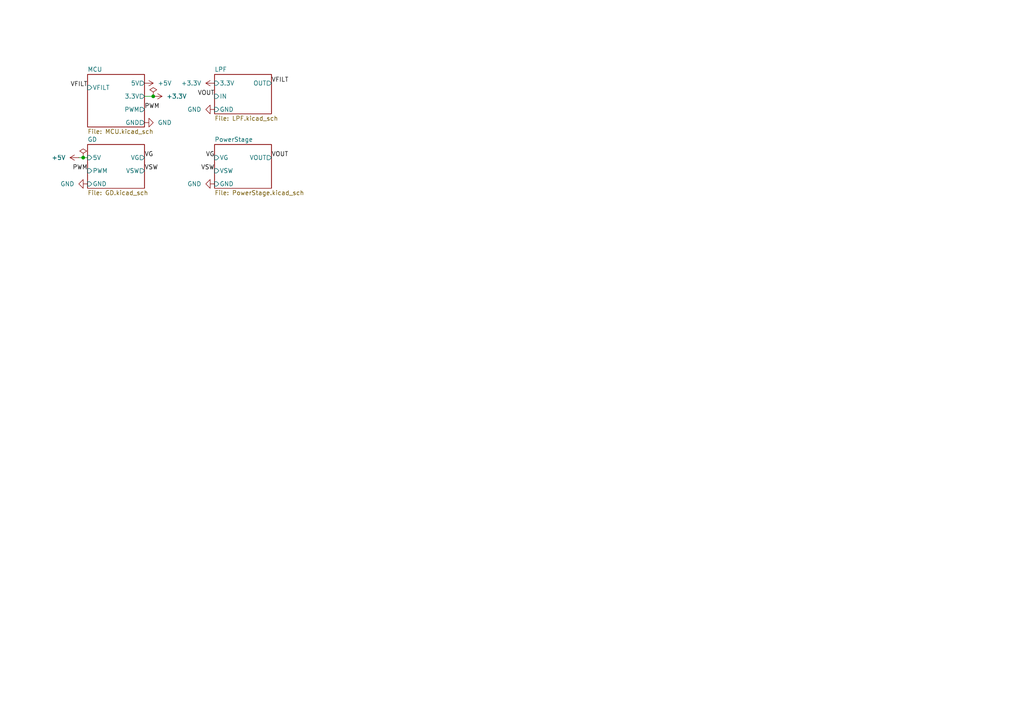
<source format=kicad_sch>
(kicad_sch
	(version 20231120)
	(generator "eeschema")
	(generator_version "8.0")
	(uuid "d7438cf5-4402-49b7-a315-23661e727289")
	(paper "A4")
	(title_block
		(title "Fullmetal Buck Converter")
		(date "2025-02-24")
		(rev "v0")
		(company "Manveer Aujla")
	)
	(lib_symbols
		(symbol "power:+3.3V"
			(power)
			(pin_numbers hide)
			(pin_names
				(offset 0) hide)
			(exclude_from_sim no)
			(in_bom yes)
			(on_board yes)
			(property "Reference" "#PWR"
				(at 0 -3.81 0)
				(effects
					(font
						(size 1.27 1.27)
					)
					(hide yes)
				)
			)
			(property "Value" "+3.3V"
				(at 0 3.556 0)
				(effects
					(font
						(size 1.27 1.27)
					)
				)
			)
			(property "Footprint" ""
				(at 0 0 0)
				(effects
					(font
						(size 1.27 1.27)
					)
					(hide yes)
				)
			)
			(property "Datasheet" ""
				(at 0 0 0)
				(effects
					(font
						(size 1.27 1.27)
					)
					(hide yes)
				)
			)
			(property "Description" "Power symbol creates a global label with name \"+3.3V\""
				(at 0 0 0)
				(effects
					(font
						(size 1.27 1.27)
					)
					(hide yes)
				)
			)
			(property "ki_keywords" "global power"
				(at 0 0 0)
				(effects
					(font
						(size 1.27 1.27)
					)
					(hide yes)
				)
			)
			(symbol "+3.3V_0_1"
				(polyline
					(pts
						(xy -0.762 1.27) (xy 0 2.54)
					)
					(stroke
						(width 0)
						(type default)
					)
					(fill
						(type none)
					)
				)
				(polyline
					(pts
						(xy 0 0) (xy 0 2.54)
					)
					(stroke
						(width 0)
						(type default)
					)
					(fill
						(type none)
					)
				)
				(polyline
					(pts
						(xy 0 2.54) (xy 0.762 1.27)
					)
					(stroke
						(width 0)
						(type default)
					)
					(fill
						(type none)
					)
				)
			)
			(symbol "+3.3V_1_1"
				(pin power_in line
					(at 0 0 90)
					(length 0)
					(name "~"
						(effects
							(font
								(size 1.27 1.27)
							)
						)
					)
					(number "1"
						(effects
							(font
								(size 1.27 1.27)
							)
						)
					)
				)
			)
		)
		(symbol "power:+5V"
			(power)
			(pin_numbers hide)
			(pin_names
				(offset 0) hide)
			(exclude_from_sim no)
			(in_bom yes)
			(on_board yes)
			(property "Reference" "#PWR"
				(at 0 -3.81 0)
				(effects
					(font
						(size 1.27 1.27)
					)
					(hide yes)
				)
			)
			(property "Value" "+5V"
				(at 0 3.556 0)
				(effects
					(font
						(size 1.27 1.27)
					)
				)
			)
			(property "Footprint" ""
				(at 0 0 0)
				(effects
					(font
						(size 1.27 1.27)
					)
					(hide yes)
				)
			)
			(property "Datasheet" ""
				(at 0 0 0)
				(effects
					(font
						(size 1.27 1.27)
					)
					(hide yes)
				)
			)
			(property "Description" "Power symbol creates a global label with name \"+5V\""
				(at 0 0 0)
				(effects
					(font
						(size 1.27 1.27)
					)
					(hide yes)
				)
			)
			(property "ki_keywords" "global power"
				(at 0 0 0)
				(effects
					(font
						(size 1.27 1.27)
					)
					(hide yes)
				)
			)
			(symbol "+5V_0_1"
				(polyline
					(pts
						(xy -0.762 1.27) (xy 0 2.54)
					)
					(stroke
						(width 0)
						(type default)
					)
					(fill
						(type none)
					)
				)
				(polyline
					(pts
						(xy 0 0) (xy 0 2.54)
					)
					(stroke
						(width 0)
						(type default)
					)
					(fill
						(type none)
					)
				)
				(polyline
					(pts
						(xy 0 2.54) (xy 0.762 1.27)
					)
					(stroke
						(width 0)
						(type default)
					)
					(fill
						(type none)
					)
				)
			)
			(symbol "+5V_1_1"
				(pin power_in line
					(at 0 0 90)
					(length 0)
					(name "~"
						(effects
							(font
								(size 1.27 1.27)
							)
						)
					)
					(number "1"
						(effects
							(font
								(size 1.27 1.27)
							)
						)
					)
				)
			)
		)
		(symbol "power:GND"
			(power)
			(pin_numbers hide)
			(pin_names
				(offset 0) hide)
			(exclude_from_sim no)
			(in_bom yes)
			(on_board yes)
			(property "Reference" "#PWR"
				(at 0 -6.35 0)
				(effects
					(font
						(size 1.27 1.27)
					)
					(hide yes)
				)
			)
			(property "Value" "GND"
				(at 0 -3.81 0)
				(effects
					(font
						(size 1.27 1.27)
					)
				)
			)
			(property "Footprint" ""
				(at 0 0 0)
				(effects
					(font
						(size 1.27 1.27)
					)
					(hide yes)
				)
			)
			(property "Datasheet" ""
				(at 0 0 0)
				(effects
					(font
						(size 1.27 1.27)
					)
					(hide yes)
				)
			)
			(property "Description" "Power symbol creates a global label with name \"GND\" , ground"
				(at 0 0 0)
				(effects
					(font
						(size 1.27 1.27)
					)
					(hide yes)
				)
			)
			(property "ki_keywords" "global power"
				(at 0 0 0)
				(effects
					(font
						(size 1.27 1.27)
					)
					(hide yes)
				)
			)
			(symbol "GND_0_1"
				(polyline
					(pts
						(xy 0 0) (xy 0 -1.27) (xy 1.27 -1.27) (xy 0 -2.54) (xy -1.27 -1.27) (xy 0 -1.27)
					)
					(stroke
						(width 0)
						(type default)
					)
					(fill
						(type none)
					)
				)
			)
			(symbol "GND_1_1"
				(pin power_in line
					(at 0 0 270)
					(length 0)
					(name "~"
						(effects
							(font
								(size 1.27 1.27)
							)
						)
					)
					(number "1"
						(effects
							(font
								(size 1.27 1.27)
							)
						)
					)
				)
			)
		)
		(symbol "power:PWR_FLAG"
			(power)
			(pin_numbers hide)
			(pin_names
				(offset 0) hide)
			(exclude_from_sim no)
			(in_bom yes)
			(on_board yes)
			(property "Reference" "#FLG"
				(at 0 1.905 0)
				(effects
					(font
						(size 1.27 1.27)
					)
					(hide yes)
				)
			)
			(property "Value" "PWR_FLAG"
				(at 0 3.81 0)
				(effects
					(font
						(size 1.27 1.27)
					)
				)
			)
			(property "Footprint" ""
				(at 0 0 0)
				(effects
					(font
						(size 1.27 1.27)
					)
					(hide yes)
				)
			)
			(property "Datasheet" "~"
				(at 0 0 0)
				(effects
					(font
						(size 1.27 1.27)
					)
					(hide yes)
				)
			)
			(property "Description" "Special symbol for telling ERC where power comes from"
				(at 0 0 0)
				(effects
					(font
						(size 1.27 1.27)
					)
					(hide yes)
				)
			)
			(property "ki_keywords" "flag power"
				(at 0 0 0)
				(effects
					(font
						(size 1.27 1.27)
					)
					(hide yes)
				)
			)
			(symbol "PWR_FLAG_0_0"
				(pin power_out line
					(at 0 0 90)
					(length 0)
					(name "~"
						(effects
							(font
								(size 1.27 1.27)
							)
						)
					)
					(number "1"
						(effects
							(font
								(size 1.27 1.27)
							)
						)
					)
				)
			)
			(symbol "PWR_FLAG_0_1"
				(polyline
					(pts
						(xy 0 0) (xy 0 1.27) (xy -1.016 1.905) (xy 0 2.54) (xy 1.016 1.905) (xy 0 1.27)
					)
					(stroke
						(width 0)
						(type default)
					)
					(fill
						(type none)
					)
				)
			)
		)
	)
	(junction
		(at 44.45 27.94)
		(diameter 0)
		(color 0 0 0 0)
		(uuid "592b2270-d8c4-4ec8-bcb2-c438d1f1af02")
	)
	(junction
		(at 24.13 45.72)
		(diameter 0)
		(color 0 0 0 0)
		(uuid "989917e9-1a7f-450c-9a26-e1a0e78738eb")
	)
	(wire
		(pts
			(xy 22.86 45.72) (xy 24.13 45.72)
		)
		(stroke
			(width 0)
			(type default)
		)
		(uuid "5453b169-9e2d-49d7-858b-4c1e537ecaef")
	)
	(wire
		(pts
			(xy 44.45 27.94) (xy 41.91 27.94)
		)
		(stroke
			(width 0)
			(type default)
		)
		(uuid "6fe35085-49f1-40ff-8213-1d3e98404b6b")
	)
	(wire
		(pts
			(xy 24.13 45.72) (xy 25.4 45.72)
		)
		(stroke
			(width 0)
			(type default)
		)
		(uuid "d639e0e1-a34d-4d78-b014-e835dba32092")
	)
	(label "VFILT"
		(at 78.74 24.13 0)
		(fields_autoplaced yes)
		(effects
			(font
				(size 1.27 1.27)
			)
			(justify left bottom)
		)
		(uuid "0ee22b76-4f7d-479a-a9a6-dfaa6ccd57da")
	)
	(label "VG"
		(at 41.91 45.72 0)
		(fields_autoplaced yes)
		(effects
			(font
				(size 1.27 1.27)
			)
			(justify left bottom)
		)
		(uuid "4aeb6cd6-cecf-4807-ab9b-3072ac649d96")
	)
	(label "PWM"
		(at 41.91 31.75 0)
		(fields_autoplaced yes)
		(effects
			(font
				(size 1.27 1.27)
			)
			(justify left bottom)
		)
		(uuid "61b2fc80-f42e-4c89-994e-b557e1cbe22f")
	)
	(label "VFILT"
		(at 25.4 25.4 180)
		(fields_autoplaced yes)
		(effects
			(font
				(size 1.27 1.27)
			)
			(justify right bottom)
		)
		(uuid "963c2381-bcbf-4223-8624-a1ff0c554abd")
	)
	(label "VSW"
		(at 62.23 49.53 180)
		(fields_autoplaced yes)
		(effects
			(font
				(size 1.27 1.27)
			)
			(justify right bottom)
		)
		(uuid "a2fdcc47-ed79-4e99-ace0-9c5f092a7bef")
	)
	(label "PWM"
		(at 25.4 49.53 180)
		(fields_autoplaced yes)
		(effects
			(font
				(size 1.27 1.27)
			)
			(justify right bottom)
		)
		(uuid "be85abf9-f66a-487c-8db4-57d8ae8b7c2f")
	)
	(label "VSW"
		(at 41.91 49.53 0)
		(fields_autoplaced yes)
		(effects
			(font
				(size 1.27 1.27)
			)
			(justify left bottom)
		)
		(uuid "c2a0393b-37ca-4e17-86bc-3a95035031f3")
	)
	(label "VOUT"
		(at 62.23 27.94 180)
		(fields_autoplaced yes)
		(effects
			(font
				(size 1.27 1.27)
			)
			(justify right bottom)
		)
		(uuid "c5aaa90d-61f5-4b6a-b845-79854e2fa445")
	)
	(label "VG"
		(at 62.23 45.72 180)
		(fields_autoplaced yes)
		(effects
			(font
				(size 1.27 1.27)
			)
			(justify right bottom)
		)
		(uuid "d4561802-63e6-4bc4-b820-9b3b5848d8cc")
	)
	(label "VOUT"
		(at 78.74 45.72 0)
		(fields_autoplaced yes)
		(effects
			(font
				(size 1.27 1.27)
			)
			(justify left bottom)
		)
		(uuid "f13e3c7d-0b15-49a7-828c-f595f2613033")
	)
	(symbol
		(lib_id "power:+3.3V")
		(at 62.23 24.13 90)
		(unit 1)
		(exclude_from_sim no)
		(in_bom yes)
		(on_board yes)
		(dnp no)
		(uuid "1dab6558-2910-41b3-b304-0e48d9cd37de")
		(property "Reference" "#PWR06"
			(at 66.04 24.13 0)
			(effects
				(font
					(size 1.27 1.27)
				)
				(hide yes)
			)
		)
		(property "Value" "+3.3V"
			(at 58.42 24.1299 90)
			(effects
				(font
					(size 1.27 1.27)
				)
				(justify left)
			)
		)
		(property "Footprint" ""
			(at 62.23 24.13 0)
			(effects
				(font
					(size 1.27 1.27)
				)
				(hide yes)
			)
		)
		(property "Datasheet" ""
			(at 62.23 24.13 0)
			(effects
				(font
					(size 1.27 1.27)
				)
				(hide yes)
			)
		)
		(property "Description" "Power symbol creates a global label with name \"+3.3V\""
			(at 62.23 24.13 0)
			(effects
				(font
					(size 1.27 1.27)
				)
				(hide yes)
			)
		)
		(pin "1"
			(uuid "ed910cb7-6afa-4e58-a3d6-32e4dc785d58")
		)
		(instances
			(project ""
				(path "/d7438cf5-4402-49b7-a315-23661e727289"
					(reference "#PWR06")
					(unit 1)
				)
			)
		)
	)
	(symbol
		(lib_id "power:GND")
		(at 62.23 53.34 270)
		(unit 1)
		(exclude_from_sim no)
		(in_bom yes)
		(on_board yes)
		(dnp no)
		(fields_autoplaced yes)
		(uuid "237bf5cc-bb79-48eb-a08d-10f20a325266")
		(property "Reference" "#PWR08"
			(at 55.88 53.34 0)
			(effects
				(font
					(size 1.27 1.27)
				)
				(hide yes)
			)
		)
		(property "Value" "GND"
			(at 58.42 53.3399 90)
			(effects
				(font
					(size 1.27 1.27)
				)
				(justify right)
			)
		)
		(property "Footprint" ""
			(at 62.23 53.34 0)
			(effects
				(font
					(size 1.27 1.27)
				)
				(hide yes)
			)
		)
		(property "Datasheet" ""
			(at 62.23 53.34 0)
			(effects
				(font
					(size 1.27 1.27)
				)
				(hide yes)
			)
		)
		(property "Description" "Power symbol creates a global label with name \"GND\" , ground"
			(at 62.23 53.34 0)
			(effects
				(font
					(size 1.27 1.27)
				)
				(hide yes)
			)
		)
		(pin "1"
			(uuid "267a97fa-667c-4f35-9af9-54e1c07ffb09")
		)
		(instances
			(project "MyFirstBuck"
				(path "/d7438cf5-4402-49b7-a315-23661e727289"
					(reference "#PWR08")
					(unit 1)
				)
			)
		)
	)
	(symbol
		(lib_id "power:+5V")
		(at 22.86 45.72 90)
		(unit 1)
		(exclude_from_sim no)
		(in_bom yes)
		(on_board yes)
		(dnp no)
		(fields_autoplaced yes)
		(uuid "251e5ad8-c49d-450d-b37c-481ade257bd9")
		(property "Reference" "#PWR01"
			(at 26.67 45.72 0)
			(effects
				(font
					(size 1.27 1.27)
				)
				(hide yes)
			)
		)
		(property "Value" "+5V"
			(at 19.05 45.7199 90)
			(effects
				(font
					(size 1.27 1.27)
				)
				(justify left)
			)
		)
		(property "Footprint" ""
			(at 22.86 45.72 0)
			(effects
				(font
					(size 1.27 1.27)
				)
				(hide yes)
			)
		)
		(property "Datasheet" ""
			(at 22.86 45.72 0)
			(effects
				(font
					(size 1.27 1.27)
				)
				(hide yes)
			)
		)
		(property "Description" "Power symbol creates a global label with name \"+5V\""
			(at 22.86 45.72 0)
			(effects
				(font
					(size 1.27 1.27)
				)
				(hide yes)
			)
		)
		(pin "1"
			(uuid "28daee4e-29a6-4e3c-a188-2b7404f5d8f1")
		)
		(instances
			(project "MyFirstBuck"
				(path "/d7438cf5-4402-49b7-a315-23661e727289"
					(reference "#PWR01")
					(unit 1)
				)
			)
		)
	)
	(symbol
		(lib_id "power:+5V")
		(at 41.91 24.13 270)
		(unit 1)
		(exclude_from_sim no)
		(in_bom yes)
		(on_board yes)
		(dnp no)
		(uuid "31bfb7c1-7981-40be-acf9-936769316cf0")
		(property "Reference" "#PWR03"
			(at 38.1 24.13 0)
			(effects
				(font
					(size 1.27 1.27)
				)
				(hide yes)
			)
		)
		(property "Value" "+5V"
			(at 45.72 24.1299 90)
			(effects
				(font
					(size 1.27 1.27)
				)
				(justify left)
			)
		)
		(property "Footprint" ""
			(at 41.91 24.13 0)
			(effects
				(font
					(size 1.27 1.27)
				)
				(hide yes)
			)
		)
		(property "Datasheet" ""
			(at 41.91 24.13 0)
			(effects
				(font
					(size 1.27 1.27)
				)
				(hide yes)
			)
		)
		(property "Description" "Power symbol creates a global label with name \"+5V\""
			(at 41.91 24.13 0)
			(effects
				(font
					(size 1.27 1.27)
				)
				(hide yes)
			)
		)
		(pin "1"
			(uuid "e2657ba9-bbd5-4eac-a8fd-3809652f5995")
		)
		(instances
			(project ""
				(path "/d7438cf5-4402-49b7-a315-23661e727289"
					(reference "#PWR03")
					(unit 1)
				)
			)
		)
	)
	(symbol
		(lib_id "power:GND")
		(at 25.4 53.34 270)
		(unit 1)
		(exclude_from_sim no)
		(in_bom yes)
		(on_board yes)
		(dnp no)
		(fields_autoplaced yes)
		(uuid "382e6c59-7685-4af9-91a9-0076dd81553d")
		(property "Reference" "#PWR02"
			(at 19.05 53.34 0)
			(effects
				(font
					(size 1.27 1.27)
				)
				(hide yes)
			)
		)
		(property "Value" "GND"
			(at 21.59 53.3399 90)
			(effects
				(font
					(size 1.27 1.27)
				)
				(justify right)
			)
		)
		(property "Footprint" ""
			(at 25.4 53.34 0)
			(effects
				(font
					(size 1.27 1.27)
				)
				(hide yes)
			)
		)
		(property "Datasheet" ""
			(at 25.4 53.34 0)
			(effects
				(font
					(size 1.27 1.27)
				)
				(hide yes)
			)
		)
		(property "Description" "Power symbol creates a global label with name \"GND\" , ground"
			(at 25.4 53.34 0)
			(effects
				(font
					(size 1.27 1.27)
				)
				(hide yes)
			)
		)
		(pin "1"
			(uuid "c07ab8e8-b503-4e51-a3e1-15b8043172a8")
		)
		(instances
			(project "MyFirstBuck"
				(path "/d7438cf5-4402-49b7-a315-23661e727289"
					(reference "#PWR02")
					(unit 1)
				)
			)
		)
	)
	(symbol
		(lib_id "power:PWR_FLAG")
		(at 24.13 45.72 0)
		(unit 1)
		(exclude_from_sim no)
		(in_bom yes)
		(on_board yes)
		(dnp no)
		(fields_autoplaced yes)
		(uuid "7dbc3746-abf7-4cb5-a43f-952cf559cac1")
		(property "Reference" "#FLG02"
			(at 24.13 43.815 0)
			(effects
				(font
					(size 1.27 1.27)
				)
				(hide yes)
			)
		)
		(property "Value" "PWR_FLAG"
			(at 24.13 40.64 0)
			(effects
				(font
					(size 1.27 1.27)
				)
				(hide yes)
			)
		)
		(property "Footprint" ""
			(at 24.13 45.72 0)
			(effects
				(font
					(size 1.27 1.27)
				)
				(hide yes)
			)
		)
		(property "Datasheet" "~"
			(at 24.13 45.72 0)
			(effects
				(font
					(size 1.27 1.27)
				)
				(hide yes)
			)
		)
		(property "Description" "Special symbol for telling ERC where power comes from"
			(at 24.13 45.72 0)
			(effects
				(font
					(size 1.27 1.27)
				)
				(hide yes)
			)
		)
		(pin "1"
			(uuid "6ca413a0-9dd7-4196-90e9-2616e4981a5b")
		)
		(instances
			(project ""
				(path "/d7438cf5-4402-49b7-a315-23661e727289"
					(reference "#FLG02")
					(unit 1)
				)
			)
		)
	)
	(symbol
		(lib_id "power:GND")
		(at 62.23 31.75 270)
		(unit 1)
		(exclude_from_sim no)
		(in_bom yes)
		(on_board yes)
		(dnp no)
		(fields_autoplaced yes)
		(uuid "89dcf3b3-a288-4e15-bc3a-901ca2df23ec")
		(property "Reference" "#PWR07"
			(at 55.88 31.75 0)
			(effects
				(font
					(size 1.27 1.27)
				)
				(hide yes)
			)
		)
		(property "Value" "GND"
			(at 58.42 31.7499 90)
			(effects
				(font
					(size 1.27 1.27)
				)
				(justify right)
			)
		)
		(property "Footprint" ""
			(at 62.23 31.75 0)
			(effects
				(font
					(size 1.27 1.27)
				)
				(hide yes)
			)
		)
		(property "Datasheet" ""
			(at 62.23 31.75 0)
			(effects
				(font
					(size 1.27 1.27)
				)
				(hide yes)
			)
		)
		(property "Description" "Power symbol creates a global label with name \"GND\" , ground"
			(at 62.23 31.75 0)
			(effects
				(font
					(size 1.27 1.27)
				)
				(hide yes)
			)
		)
		(pin "1"
			(uuid "956cd0cb-6291-45e7-a5e5-dfb3f6675bd8")
		)
		(instances
			(project "MyFirstBuck"
				(path "/d7438cf5-4402-49b7-a315-23661e727289"
					(reference "#PWR07")
					(unit 1)
				)
			)
		)
	)
	(symbol
		(lib_id "power:PWR_FLAG")
		(at 44.45 27.94 0)
		(unit 1)
		(exclude_from_sim no)
		(in_bom yes)
		(on_board yes)
		(dnp no)
		(fields_autoplaced yes)
		(uuid "a930e28d-5831-42f4-bdfb-f45d92b56ea0")
		(property "Reference" "#FLG01"
			(at 44.45 26.035 0)
			(effects
				(font
					(size 1.27 1.27)
				)
				(hide yes)
			)
		)
		(property "Value" "PWR_FLAG"
			(at 44.45 22.86 0)
			(effects
				(font
					(size 1.27 1.27)
				)
				(hide yes)
			)
		)
		(property "Footprint" ""
			(at 44.45 27.94 0)
			(effects
				(font
					(size 1.27 1.27)
				)
				(hide yes)
			)
		)
		(property "Datasheet" "~"
			(at 44.45 27.94 0)
			(effects
				(font
					(size 1.27 1.27)
				)
				(hide yes)
			)
		)
		(property "Description" "Special symbol for telling ERC where power comes from"
			(at 44.45 27.94 0)
			(effects
				(font
					(size 1.27 1.27)
				)
				(hide yes)
			)
		)
		(pin "1"
			(uuid "103d7ef9-0a7f-47e0-a75b-c68beda7fee9")
		)
		(instances
			(project ""
				(path "/d7438cf5-4402-49b7-a315-23661e727289"
					(reference "#FLG01")
					(unit 1)
				)
			)
		)
	)
	(symbol
		(lib_id "power:+3.3V")
		(at 44.45 27.94 270)
		(unit 1)
		(exclude_from_sim no)
		(in_bom yes)
		(on_board yes)
		(dnp no)
		(uuid "d335c201-db08-4dae-9412-dffd878b1014")
		(property "Reference" "#PWR04"
			(at 40.64 27.94 0)
			(effects
				(font
					(size 1.27 1.27)
				)
				(hide yes)
			)
		)
		(property "Value" "+3.3V"
			(at 48.26 27.9399 90)
			(effects
				(font
					(size 1.27 1.27)
				)
				(justify left)
			)
		)
		(property "Footprint" ""
			(at 44.45 27.94 0)
			(effects
				(font
					(size 1.27 1.27)
				)
				(hide yes)
			)
		)
		(property "Datasheet" ""
			(at 44.45 27.94 0)
			(effects
				(font
					(size 1.27 1.27)
				)
				(hide yes)
			)
		)
		(property "Description" "Power symbol creates a global label with name \"+3.3V\""
			(at 44.45 27.94 0)
			(effects
				(font
					(size 1.27 1.27)
				)
				(hide yes)
			)
		)
		(pin "1"
			(uuid "ff21a2ad-354c-4c7e-8fdb-ea64db049eb5")
		)
		(instances
			(project "MyFirstBuck"
				(path "/d7438cf5-4402-49b7-a315-23661e727289"
					(reference "#PWR04")
					(unit 1)
				)
			)
		)
	)
	(symbol
		(lib_id "power:GND")
		(at 41.91 35.56 90)
		(unit 1)
		(exclude_from_sim no)
		(in_bom yes)
		(on_board yes)
		(dnp no)
		(fields_autoplaced yes)
		(uuid "de10221e-d303-4d90-a86c-9d2d26efdbc7")
		(property "Reference" "#PWR05"
			(at 48.26 35.56 0)
			(effects
				(font
					(size 1.27 1.27)
				)
				(hide yes)
			)
		)
		(property "Value" "GND"
			(at 45.72 35.5599 90)
			(effects
				(font
					(size 1.27 1.27)
				)
				(justify right)
			)
		)
		(property "Footprint" ""
			(at 41.91 35.56 0)
			(effects
				(font
					(size 1.27 1.27)
				)
				(hide yes)
			)
		)
		(property "Datasheet" ""
			(at 41.91 35.56 0)
			(effects
				(font
					(size 1.27 1.27)
				)
				(hide yes)
			)
		)
		(property "Description" "Power symbol creates a global label with name \"GND\" , ground"
			(at 41.91 35.56 0)
			(effects
				(font
					(size 1.27 1.27)
				)
				(hide yes)
			)
		)
		(pin "1"
			(uuid "1c4d482b-fc0f-4876-be09-8306ef4bbc4a")
		)
		(instances
			(project ""
				(path "/d7438cf5-4402-49b7-a315-23661e727289"
					(reference "#PWR05")
					(unit 1)
				)
			)
		)
	)
	(sheet
		(at 25.4 41.91)
		(size 16.51 12.7)
		(fields_autoplaced yes)
		(stroke
			(width 0.1524)
			(type solid)
		)
		(fill
			(color 0 0 0 0.0000)
		)
		(uuid "1f993c2c-5d8e-4a04-bee9-7541c0df6e78")
		(property "Sheetname" "GD"
			(at 25.4 41.1984 0)
			(effects
				(font
					(size 1.27 1.27)
				)
				(justify left bottom)
			)
		)
		(property "Sheetfile" "GD.kicad_sch"
			(at 25.4 55.1946 0)
			(effects
				(font
					(size 1.27 1.27)
				)
				(justify left top)
			)
		)
		(pin "5V" input
			(at 25.4 45.72 180)
			(effects
				(font
					(size 1.27 1.27)
				)
				(justify left)
			)
			(uuid "9be0e549-1aea-4462-b2f1-161e7d1d5ab8")
		)
		(pin "PWM" input
			(at 25.4 49.53 180)
			(effects
				(font
					(size 1.27 1.27)
				)
				(justify left)
			)
			(uuid "49aa2324-e5df-4990-8509-2082aed6717c")
		)
		(pin "GND" input
			(at 25.4 53.34 180)
			(effects
				(font
					(size 1.27 1.27)
				)
				(justify left)
			)
			(uuid "f9fd38fc-a195-492e-964f-477e7cf6495d")
		)
		(pin "VG" output
			(at 41.91 45.72 0)
			(effects
				(font
					(size 1.27 1.27)
				)
				(justify right)
			)
			(uuid "994df525-63c2-41e4-9745-c8a775d13d26")
		)
		(pin "VSW" output
			(at 41.91 49.53 0)
			(effects
				(font
					(size 1.27 1.27)
				)
				(justify right)
			)
			(uuid "cbf4c342-d17f-431f-a438-8da33005176d")
		)
		(instances
			(project "MyFirstBuck"
				(path "/d7438cf5-4402-49b7-a315-23661e727289"
					(page "4")
				)
			)
		)
	)
	(sheet
		(at 62.23 41.91)
		(size 16.51 12.7)
		(fields_autoplaced yes)
		(stroke
			(width 0.1524)
			(type solid)
		)
		(fill
			(color 0 0 0 0.0000)
		)
		(uuid "243f25fe-a1bf-4f60-a4f7-e747d3f56ebf")
		(property "Sheetname" "PowerStage"
			(at 62.23 41.1984 0)
			(effects
				(font
					(size 1.27 1.27)
				)
				(justify left bottom)
			)
		)
		(property "Sheetfile" "PowerStage.kicad_sch"
			(at 62.23 55.1946 0)
			(effects
				(font
					(size 1.27 1.27)
				)
				(justify left top)
			)
		)
		(pin "VG" input
			(at 62.23 45.72 180)
			(effects
				(font
					(size 1.27 1.27)
				)
				(justify left)
			)
			(uuid "825195a9-34d2-4181-bcf1-3a3db508a5eb")
		)
		(pin "VSW" input
			(at 62.23 49.53 180)
			(effects
				(font
					(size 1.27 1.27)
				)
				(justify left)
			)
			(uuid "35fe04e4-a83c-43e5-bf0b-24dab5f5b773")
		)
		(pin "GND" input
			(at 62.23 53.34 180)
			(effects
				(font
					(size 1.27 1.27)
				)
				(justify left)
			)
			(uuid "70750f50-7c9b-4c10-af2a-53381009f652")
		)
		(pin "VOUT" output
			(at 78.74 45.72 0)
			(effects
				(font
					(size 1.27 1.27)
				)
				(justify right)
			)
			(uuid "5bbbfe24-beda-494a-9936-ac9717952d6d")
		)
		(instances
			(project "MyFirstBuck"
				(path "/d7438cf5-4402-49b7-a315-23661e727289"
					(page "5")
				)
			)
		)
	)
	(sheet
		(at 25.4 21.59)
		(size 16.51 15.24)
		(fields_autoplaced yes)
		(stroke
			(width 0.1524)
			(type solid)
		)
		(fill
			(color 0 0 0 0.0000)
		)
		(uuid "5229eb05-1dda-4d40-90fd-7fd631f34d32")
		(property "Sheetname" "MCU"
			(at 25.4 20.8784 0)
			(effects
				(font
					(size 1.27 1.27)
				)
				(justify left bottom)
			)
		)
		(property "Sheetfile" "MCU.kicad_sch"
			(at 25.4 37.4146 0)
			(effects
				(font
					(size 1.27 1.27)
				)
				(justify left top)
			)
		)
		(pin "GND" output
			(at 41.91 35.56 0)
			(effects
				(font
					(size 1.27 1.27)
				)
				(justify right)
			)
			(uuid "6045e7f2-fec6-45e2-809e-4c3b406590dd")
		)
		(pin "PWM" output
			(at 41.91 31.75 0)
			(effects
				(font
					(size 1.27 1.27)
				)
				(justify right)
			)
			(uuid "aed0852b-ed47-4ce8-baf7-78a838eba871")
		)
		(pin "5V" output
			(at 41.91 24.13 0)
			(effects
				(font
					(size 1.27 1.27)
				)
				(justify right)
			)
			(uuid "f8146e7c-34a8-4b07-89a3-5b034ce79ca6")
		)
		(pin "VFILT" input
			(at 25.4 25.4 180)
			(effects
				(font
					(size 1.27 1.27)
				)
				(justify left)
			)
			(uuid "c030c840-4d5f-471e-8c09-084f76e658c8")
		)
		(pin "3.3V" output
			(at 41.91 27.94 0)
			(effects
				(font
					(size 1.27 1.27)
				)
				(justify right)
			)
			(uuid "e8569233-7c1e-4c51-a9a5-492d24e3f0ae")
		)
		(instances
			(project "MyFirstBuck"
				(path "/d7438cf5-4402-49b7-a315-23661e727289"
					(page "2")
				)
			)
		)
	)
	(sheet
		(at 62.23 21.59)
		(size 16.51 11.43)
		(fields_autoplaced yes)
		(stroke
			(width 0.1524)
			(type solid)
		)
		(fill
			(color 0 0 0 0.0000)
		)
		(uuid "7d347043-a501-4d5b-bf0b-b6724412ee81")
		(property "Sheetname" "LPF"
			(at 62.23 20.8784 0)
			(effects
				(font
					(size 1.27 1.27)
				)
				(justify left bottom)
			)
		)
		(property "Sheetfile" "LPF.kicad_sch"
			(at 62.23 33.6046 0)
			(effects
				(font
					(size 1.27 1.27)
				)
				(justify left top)
			)
		)
		(pin "3.3V" input
			(at 62.23 24.13 180)
			(effects
				(font
					(size 1.27 1.27)
				)
				(justify left)
			)
			(uuid "c9ce4001-8858-4b1f-b024-1a1d2a0ba0d9")
		)
		(pin "GND" input
			(at 62.23 31.75 180)
			(effects
				(font
					(size 1.27 1.27)
				)
				(justify left)
			)
			(uuid "0e753f9c-68fe-44d6-8a63-59298b929dc7")
		)
		(pin "IN" input
			(at 62.23 27.94 180)
			(effects
				(font
					(size 1.27 1.27)
				)
				(justify left)
			)
			(uuid "e8196158-5ae1-4043-bdb9-36335f3b4483")
		)
		(pin "OUT" output
			(at 78.74 24.13 0)
			(effects
				(font
					(size 1.27 1.27)
				)
				(justify right)
			)
			(uuid "1f789798-0905-4d72-a805-42283b683868")
		)
		(instances
			(project "MyFirstBuck"
				(path "/d7438cf5-4402-49b7-a315-23661e727289"
					(page "3")
				)
			)
		)
	)
	(sheet_instances
		(path "/"
			(page "1")
		)
	)
)

</source>
